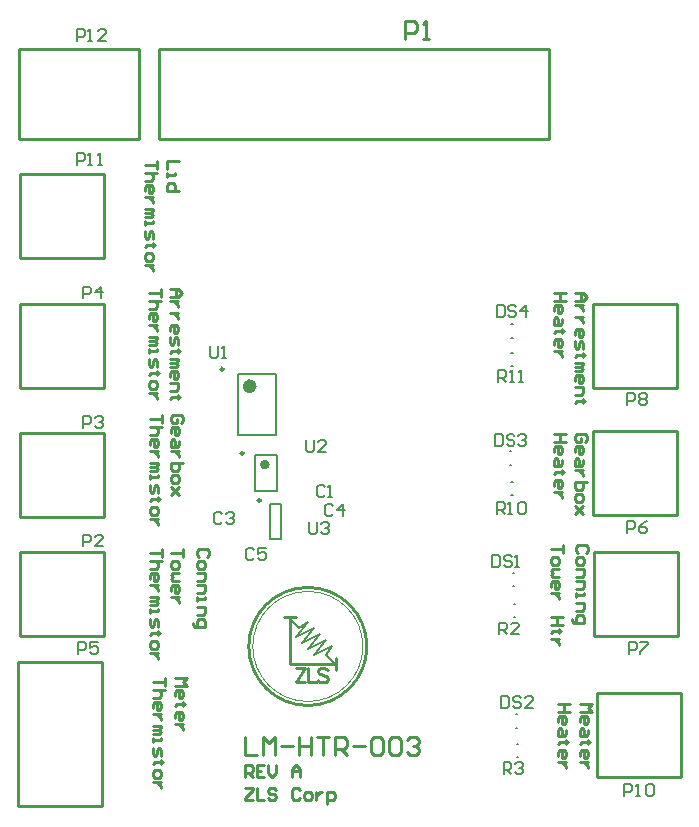
<source format=gbr>
G04 Layer_Color=65535*
%FSLAX26Y26*%
%MOIN*%
%TF.FileFunction,Legend,Top*%
%TF.Part,Single*%
G01*
G75*
%TA.AperFunction,NonConductor*%
%ADD34C,0.009842*%
%ADD35C,0.007874*%
%ADD47C,0.003937*%
%ADD48C,0.010000*%
%ADD49C,0.015748*%
%ADD50C,0.023622*%
%ADD51C,0.005000*%
D34*
X771654Y1254921D02*
G03*
X771654Y1254921I-4921J0D01*
G01*
X704724Y1535433D02*
G03*
X704724Y1535433I-4921J0D01*
G01*
X828740Y1098425D02*
G03*
X828740Y1098425I-4921J0D01*
G01*
D35*
X811024Y1128937D02*
X881890D01*
X811024Y1249016D02*
X881890D01*
Y1128937D02*
Y1249016D01*
X811024Y1128937D02*
Y1249016D01*
X751968Y1316929D02*
X877953D01*
X751968Y1517716D02*
X877953D01*
Y1316929D02*
Y1517716D01*
X751968Y1316929D02*
Y1517716D01*
X1664134Y1589213D02*
X1668071D01*
X1664134Y1545906D02*
X1668071D01*
X1664134Y1115354D02*
X1668071D01*
X1664134Y1158661D02*
X1668071D01*
X1683071Y286531D02*
X1687008D01*
X1683071Y243224D02*
X1687008D01*
X1673071Y708740D02*
X1677008D01*
X1673071Y752047D02*
X1677008D01*
X1679134Y385941D02*
X1683071D01*
X1679134Y340665D02*
X1683071D01*
X1658031Y1262638D02*
X1661968D01*
X1658031Y1217362D02*
X1661968D01*
X858268Y1086614D02*
X897638D01*
X858268Y968504D02*
X897638D01*
X858268D02*
Y1086614D01*
X897638Y968504D02*
Y1086614D01*
X1664134Y1684685D02*
X1668071D01*
X1664134Y1639409D02*
X1668071D01*
X1668031Y857638D02*
X1671968D01*
X1668031Y812362D02*
X1671968D01*
X990000Y1024357D02*
Y991560D01*
X996560Y985000D01*
X1009679D01*
X1016238Y991560D01*
Y1024357D01*
X1029357Y1017798D02*
X1035917Y1024357D01*
X1049036D01*
X1055596Y1017798D01*
Y1011238D01*
X1049036Y1004679D01*
X1042476D01*
X1049036D01*
X1055596Y998119D01*
Y991560D01*
X1049036Y985000D01*
X1035917D01*
X1029357Y991560D01*
X1069545Y1080042D02*
X1062986Y1086602D01*
X1049867D01*
X1043307Y1080042D01*
Y1053804D01*
X1049867Y1047244D01*
X1062986D01*
X1069545Y1053804D01*
X1102343Y1047244D02*
Y1086602D01*
X1082665Y1066923D01*
X1108903D01*
X699467Y1052483D02*
X692907Y1059043D01*
X679788D01*
X673229Y1052483D01*
Y1026245D01*
X679788Y1019685D01*
X692907D01*
X699467Y1026245D01*
X712586Y1052483D02*
X719145Y1059043D01*
X732265D01*
X738824Y1052483D01*
Y1045923D01*
X732265Y1039364D01*
X725705D01*
X732265D01*
X738824Y1032804D01*
Y1026245D01*
X732265Y1019685D01*
X719145D01*
X712586Y1026245D01*
X980315Y1299200D02*
Y1266402D01*
X986875Y1259842D01*
X999994D01*
X1006553Y1266402D01*
Y1299200D01*
X1045911Y1259842D02*
X1019672D01*
X1045911Y1286081D01*
Y1292640D01*
X1039351Y1299200D01*
X1026232D01*
X1019672Y1292640D01*
X658677Y1612917D02*
Y1580119D01*
X665237Y1573559D01*
X678356D01*
X684915Y1580119D01*
Y1612917D01*
X698034Y1573559D02*
X711154D01*
X704594D01*
Y1612917D01*
X698034Y1606357D01*
X1618858Y1492756D02*
Y1532113D01*
X1638537D01*
X1645097Y1525554D01*
Y1512435D01*
X1638537Y1505875D01*
X1618858D01*
X1631977D02*
X1645097Y1492756D01*
X1658216D02*
X1671335D01*
X1664775D01*
Y1532113D01*
X1658216Y1525554D01*
X1691014Y1492756D02*
X1704133D01*
X1697573D01*
Y1532113D01*
X1691014Y1525554D01*
X1614921Y1054331D02*
Y1093688D01*
X1634600D01*
X1641159Y1087129D01*
Y1074009D01*
X1634600Y1067450D01*
X1614921D01*
X1628040D02*
X1641159Y1054331D01*
X1654279D02*
X1667398D01*
X1660838D01*
Y1093688D01*
X1654279Y1087129D01*
X1687076D02*
X1693636Y1093688D01*
X1706755D01*
X1713315Y1087129D01*
Y1060890D01*
X1706755Y1054331D01*
X1693636D01*
X1687076Y1060890D01*
Y1087129D01*
X1637795Y186137D02*
Y225495D01*
X1657474D01*
X1664034Y218935D01*
Y205816D01*
X1657474Y199257D01*
X1637795D01*
X1650914D02*
X1664034Y186137D01*
X1677153Y218935D02*
X1683712Y225495D01*
X1696831D01*
X1703391Y218935D01*
Y212376D01*
X1696831Y205816D01*
X1690272D01*
X1696831D01*
X1703391Y199257D01*
Y192697D01*
X1696831Y186137D01*
X1683712D01*
X1677153Y192697D01*
X1623858Y651654D02*
Y691011D01*
X1643537D01*
X1650097Y684451D01*
Y671332D01*
X1643537Y664773D01*
X1623858D01*
X1636977D02*
X1650097Y651654D01*
X1689454D02*
X1663216D01*
X1689454Y677892D01*
Y684451D01*
X1682894Y691011D01*
X1669775D01*
X1663216Y684451D01*
X220000Y585000D02*
Y624357D01*
X239679D01*
X246238Y617798D01*
Y604679D01*
X239679Y598119D01*
X220000D01*
X285596Y624357D02*
X259357D01*
Y604679D01*
X272476Y611238D01*
X279036D01*
X285596Y604679D01*
Y591560D01*
X279036Y585000D01*
X265917D01*
X259357Y591560D01*
X1614921Y1748649D02*
Y1709291D01*
X1634600D01*
X1641159Y1715851D01*
Y1742089D01*
X1634600Y1748649D01*
X1614921D01*
X1680517Y1742089D02*
X1673957Y1748649D01*
X1660838D01*
X1654279Y1742089D01*
Y1735530D01*
X1660838Y1728970D01*
X1673957D01*
X1680517Y1722410D01*
Y1715851D01*
X1673957Y1709291D01*
X1660838D01*
X1654279Y1715851D01*
X1713315Y1709291D02*
Y1748649D01*
X1693636Y1728970D01*
X1719874D01*
X1608819Y1318727D02*
Y1279370D01*
X1628498D01*
X1635057Y1285930D01*
Y1312168D01*
X1628498Y1318727D01*
X1608819D01*
X1674415Y1312168D02*
X1667855Y1318727D01*
X1654736D01*
X1648176Y1312168D01*
Y1305608D01*
X1654736Y1299049D01*
X1667855D01*
X1674415Y1292489D01*
Y1285930D01*
X1667855Y1279370D01*
X1654736D01*
X1648176Y1285930D01*
X1687534Y1312168D02*
X1694093Y1318727D01*
X1707212D01*
X1713772Y1312168D01*
Y1305608D01*
X1707212Y1299049D01*
X1700653D01*
X1707212D01*
X1713772Y1292489D01*
Y1285930D01*
X1707212Y1279370D01*
X1694093D01*
X1687534Y1285930D01*
X1629921Y445967D02*
Y406610D01*
X1649600D01*
X1656159Y413170D01*
Y439408D01*
X1649600Y445967D01*
X1629921D01*
X1695517Y439408D02*
X1688957Y445967D01*
X1675838D01*
X1669279Y439408D01*
Y432848D01*
X1675838Y426289D01*
X1688957D01*
X1695517Y419729D01*
Y413170D01*
X1688957Y406610D01*
X1675838D01*
X1669279Y413170D01*
X1734874Y406610D02*
X1708636D01*
X1734874Y432848D01*
Y439408D01*
X1728315Y445967D01*
X1715196D01*
X1708636Y439408D01*
X1598898Y916601D02*
Y877244D01*
X1618576D01*
X1625136Y883804D01*
Y910042D01*
X1618576Y916601D01*
X1598898D01*
X1664493Y910042D02*
X1657934Y916601D01*
X1644815D01*
X1638255Y910042D01*
Y903482D01*
X1644815Y896923D01*
X1657934D01*
X1664493Y890363D01*
Y883804D01*
X1657934Y877244D01*
X1644815D01*
X1638255Y883804D01*
X1677612Y877244D02*
X1690732D01*
X1684172D01*
Y916601D01*
X1677612Y910042D01*
X1041238Y1142798D02*
X1034679Y1149357D01*
X1021560D01*
X1015000Y1142798D01*
Y1116560D01*
X1021560Y1110000D01*
X1034679D01*
X1041238Y1116560D01*
X1054357Y1110000D02*
X1067476D01*
X1060917D01*
Y1149357D01*
X1054357Y1142798D01*
X2055000Y585000D02*
Y624357D01*
X2074679D01*
X2081238Y617798D01*
Y604679D01*
X2074679Y598119D01*
X2055000D01*
X2094357Y624357D02*
X2120596D01*
Y617798D01*
X2094357Y591560D01*
Y585000D01*
X236220Y944882D02*
Y984239D01*
X255899D01*
X262459Y977680D01*
Y964561D01*
X255899Y958001D01*
X236220D01*
X301816Y944882D02*
X275578D01*
X301816Y971120D01*
Y977680D01*
X295257Y984239D01*
X282137D01*
X275578Y977680D01*
X236220Y1338583D02*
Y1377940D01*
X255899D01*
X262459Y1371380D01*
Y1358261D01*
X255899Y1351702D01*
X236220D01*
X275578Y1371380D02*
X282137Y1377940D01*
X295257D01*
X301816Y1371380D01*
Y1364821D01*
X295257Y1358261D01*
X288697D01*
X295257D01*
X301816Y1351702D01*
Y1345142D01*
X295257Y1338583D01*
X282137D01*
X275578Y1345142D01*
X2050000Y990000D02*
Y1029357D01*
X2069679D01*
X2076238Y1022798D01*
Y1009679D01*
X2069679Y1003119D01*
X2050000D01*
X2115596Y1029357D02*
X2102477Y1022798D01*
X2089357Y1009679D01*
Y996560D01*
X2095917Y990000D01*
X2109036D01*
X2115596Y996560D01*
Y1003119D01*
X2109036Y1009679D01*
X2089357D01*
X236220Y1771653D02*
Y1811011D01*
X255899D01*
X262459Y1804451D01*
Y1791332D01*
X255899Y1784773D01*
X236220D01*
X295257Y1771653D02*
Y1811011D01*
X275578Y1791332D01*
X301816D01*
X2050000Y1415000D02*
Y1454357D01*
X2069679D01*
X2076238Y1447798D01*
Y1434679D01*
X2069679Y1428119D01*
X2050000D01*
X2089357Y1447798D02*
X2095917Y1454357D01*
X2109036D01*
X2115596Y1447798D01*
Y1441238D01*
X2109036Y1434679D01*
X2115596Y1428119D01*
Y1421560D01*
X2109036Y1415000D01*
X2095917D01*
X2089357Y1421560D01*
Y1428119D01*
X2095917Y1434679D01*
X2089357Y1441238D01*
Y1447798D01*
X2095917Y1434679D02*
X2109036D01*
X2040000Y113224D02*
Y152582D01*
X2059679D01*
X2066238Y146022D01*
Y132903D01*
X2059679Y126343D01*
X2040000D01*
X2079357Y113224D02*
X2092477D01*
X2085917D01*
Y152582D01*
X2079357Y146022D01*
X2112155D02*
X2118715Y152582D01*
X2131834D01*
X2138393Y146022D01*
Y119784D01*
X2131834Y113224D01*
X2118715D01*
X2112155Y119784D01*
Y146022D01*
X215000Y2215000D02*
Y2254357D01*
X234679D01*
X241238Y2247798D01*
Y2234679D01*
X234679Y2228119D01*
X215000D01*
X254357Y2215000D02*
X267476D01*
X260917D01*
Y2254357D01*
X254357Y2247798D01*
X287155Y2215000D02*
X300274D01*
X293715D01*
Y2254357D01*
X287155Y2247798D01*
X215000Y2630000D02*
Y2669357D01*
X234679D01*
X241238Y2662798D01*
Y2649679D01*
X234679Y2643119D01*
X215000D01*
X254357Y2630000D02*
X267476D01*
X260917D01*
Y2669357D01*
X254357Y2662798D01*
X313393Y2630000D02*
X287155D01*
X313393Y2656238D01*
Y2662798D01*
X306834Y2669357D01*
X293715D01*
X287155Y2662798D01*
X806238Y932798D02*
X799679Y939357D01*
X786559D01*
X780000Y932798D01*
Y906559D01*
X786559Y900000D01*
X799679D01*
X806238Y906559D01*
X845596Y939357D02*
X819357D01*
Y919679D01*
X832476Y926238D01*
X839036D01*
X845596Y919679D01*
Y906559D01*
X839036Y900000D01*
X825917D01*
X819357Y906559D01*
D47*
X1169087Y611221D02*
G03*
X1169087Y611221I-183576J0D01*
G01*
D48*
X1182362D02*
G03*
X1182362Y611221I-196850J0D01*
G01*
X1080512Y534221D02*
Y574221D01*
X925512Y554221D02*
Y704221D01*
Y554221D02*
X1075512D01*
X905512Y709221D02*
X945512D01*
X423032Y2301575D02*
Y2601575D01*
X23032D02*
X423032D01*
X23032Y2375575D02*
Y2601575D01*
X97032Y2301575D02*
X423032D01*
X23032D02*
Y2375575D01*
Y2301575D02*
X97032D01*
X27480Y1907244D02*
Y2187244D01*
X307480D01*
Y1907244D02*
Y2187244D01*
X27480Y1907244D02*
X307480D01*
X1951063Y455123D02*
X2231063D01*
X1951063Y175123D02*
Y455123D01*
Y175123D02*
X2231063D01*
Y455123D01*
X2216063Y1473150D02*
Y1753150D01*
X1936063Y1473150D02*
X2216063D01*
X1936063D02*
Y1753150D01*
X2216063D01*
X27480Y1474173D02*
Y1754173D01*
X307480D01*
Y1474173D02*
Y1754173D01*
X27480Y1474173D02*
X307480D01*
X1936063Y1329399D02*
X2216063D01*
X1936063Y1049399D02*
Y1329399D01*
Y1049399D02*
X2216063D01*
Y1329399D01*
X27480Y1041102D02*
Y1321102D01*
X307480D01*
Y1041102D02*
Y1321102D01*
X27480Y1041102D02*
X307480D01*
X27480Y647402D02*
X307480D01*
Y927402D01*
X27480D02*
X307480D01*
X27480Y647402D02*
Y927402D01*
X2221063Y645649D02*
Y925649D01*
X1941063Y645649D02*
X2221063D01*
X1941063D02*
Y925649D01*
X2221063D01*
X20000Y560000D02*
X300000D01*
X20000Y80000D02*
Y560000D01*
Y80000D02*
X300000D01*
Y560000D01*
X490551Y2301575D02*
Y2601575D01*
Y2301575D02*
X1790551D01*
Y2601575D01*
X490551D02*
X1790551D01*
X564126Y1357043D02*
X570790Y1363707D01*
Y1377036D01*
X564126Y1383701D01*
X537468D01*
X530803Y1377036D01*
Y1363707D01*
X537468Y1357043D01*
X550797D01*
Y1370372D01*
X530803Y1323720D02*
Y1337049D01*
X537468Y1343714D01*
X550797D01*
X557461Y1337049D01*
Y1323720D01*
X550797Y1317056D01*
X544132D01*
Y1343714D01*
X557461Y1297062D02*
Y1283733D01*
X550797Y1277069D01*
X530803D01*
Y1297062D01*
X537468Y1303727D01*
X544132Y1297062D01*
Y1277069D01*
X557461Y1263739D02*
X530803D01*
X544132D01*
X550797Y1257075D01*
X557461Y1250410D01*
Y1243746D01*
X570790Y1223752D02*
X530803D01*
Y1203759D01*
X537468Y1197094D01*
X544132D01*
X550797D01*
X557461Y1203759D01*
Y1223752D01*
X530803Y1177101D02*
Y1163772D01*
X537468Y1157107D01*
X550797D01*
X557461Y1163772D01*
Y1177101D01*
X550797Y1183765D01*
X537468D01*
X530803Y1177101D01*
X557461Y1143778D02*
X530803Y1117120D01*
X544132Y1130449D01*
X557461Y1117120D01*
X530803Y1143778D01*
X498806Y1383701D02*
Y1357043D01*
Y1370372D01*
X458819D01*
X498806Y1343714D02*
X458819D01*
X478812D01*
X485477Y1337049D01*
Y1323720D01*
X478812Y1317056D01*
X458819D01*
Y1283733D02*
Y1297062D01*
X465483Y1303727D01*
X478812D01*
X485477Y1297062D01*
Y1283733D01*
X478812Y1277069D01*
X472148D01*
Y1303727D01*
X485477Y1263739D02*
X458819D01*
X472148D01*
X478812Y1257075D01*
X485477Y1250410D01*
Y1243746D01*
X458819Y1223752D02*
X485477D01*
Y1217088D01*
X478812Y1210423D01*
X458819D01*
X478812D01*
X485477Y1203759D01*
X478812Y1197094D01*
X458819D01*
Y1183765D02*
Y1170436D01*
Y1177101D01*
X485477D01*
Y1183765D01*
X458819Y1150443D02*
Y1130449D01*
X465483Y1123785D01*
X472148Y1130449D01*
Y1143778D01*
X478812Y1150443D01*
X485477Y1143778D01*
Y1123785D01*
X492142Y1103791D02*
X485477D01*
Y1110456D01*
Y1097127D01*
Y1103791D01*
X465483D01*
X458819Y1097127D01*
Y1070468D02*
Y1057139D01*
X465483Y1050475D01*
X478812D01*
X485477Y1057139D01*
Y1070468D01*
X478812Y1077133D01*
X465483D01*
X458819Y1070468D01*
X485477Y1037146D02*
X458819D01*
X472148D01*
X478812Y1030481D01*
X485477Y1023817D01*
Y1017152D01*
X1910307Y1293342D02*
X1916972Y1300006D01*
Y1313335D01*
X1910307Y1320000D01*
X1883649D01*
X1876985Y1313335D01*
Y1300006D01*
X1883649Y1293342D01*
X1896978D01*
Y1306671D01*
X1876985Y1260019D02*
Y1273348D01*
X1883649Y1280013D01*
X1896978D01*
X1903642Y1273348D01*
Y1260019D01*
X1896978Y1253355D01*
X1890313D01*
Y1280013D01*
X1903642Y1233361D02*
Y1220032D01*
X1896978Y1213368D01*
X1876985D01*
Y1233361D01*
X1883649Y1240026D01*
X1890313Y1233361D01*
Y1213368D01*
X1903642Y1200039D02*
X1876985D01*
X1890313D01*
X1896978Y1193374D01*
X1903642Y1186710D01*
Y1180045D01*
X1916972Y1160052D02*
X1876985D01*
Y1140058D01*
X1883649Y1133394D01*
X1890313D01*
X1896978D01*
X1903642Y1140058D01*
Y1160052D01*
X1876985Y1113400D02*
Y1100071D01*
X1883649Y1093407D01*
X1896978D01*
X1903642Y1100071D01*
Y1113400D01*
X1896978Y1120064D01*
X1883649D01*
X1876985Y1113400D01*
X1903642Y1080077D02*
X1876985Y1053419D01*
X1890313Y1066748D01*
X1903642Y1053419D01*
X1876985Y1080077D01*
X1844987Y1320000D02*
X1805000D01*
X1824994D01*
Y1293342D01*
X1844987D01*
X1805000D01*
Y1260019D02*
Y1273348D01*
X1811665Y1280013D01*
X1824994D01*
X1831658Y1273348D01*
Y1260019D01*
X1824994Y1253355D01*
X1818329D01*
Y1280013D01*
X1831658Y1233361D02*
Y1220032D01*
X1824994Y1213368D01*
X1805000D01*
Y1233361D01*
X1811665Y1240026D01*
X1818329Y1233361D01*
Y1213368D01*
X1838323Y1193374D02*
X1831658D01*
Y1200039D01*
Y1186710D01*
Y1193374D01*
X1811665D01*
X1805000Y1186710D01*
Y1146723D02*
Y1160052D01*
X1811665Y1166716D01*
X1824994D01*
X1831658Y1160052D01*
Y1146723D01*
X1824994Y1140058D01*
X1818329D01*
Y1166716D01*
X1831658Y1126729D02*
X1805000D01*
X1818329D01*
X1824994Y1120064D01*
X1831658Y1113400D01*
Y1106736D01*
X542614Y505748D02*
X582601D01*
X569272Y492419D01*
X582601Y479090D01*
X542614D01*
Y445767D02*
Y459096D01*
X549279Y465761D01*
X562608D01*
X569272Y459096D01*
Y445767D01*
X562608Y439103D01*
X555943D01*
Y465761D01*
X575937Y419109D02*
X569272D01*
Y425774D01*
Y412445D01*
Y419109D01*
X549279D01*
X542614Y412445D01*
Y372458D02*
Y385787D01*
X549279Y392451D01*
X562608D01*
X569272Y385787D01*
Y372458D01*
X562608Y365793D01*
X555943D01*
Y392451D01*
X569272Y352464D02*
X542614D01*
X555943D01*
X562608Y345800D01*
X569272Y339135D01*
Y332471D01*
X510617Y505748D02*
Y479090D01*
Y492419D01*
X470630D01*
X510617Y465761D02*
X470630D01*
X490623D01*
X497288Y459096D01*
Y445767D01*
X490623Y439103D01*
X470630D01*
Y405780D02*
Y419109D01*
X477294Y425774D01*
X490623D01*
X497288Y419109D01*
Y405780D01*
X490623Y399116D01*
X483959D01*
Y425774D01*
X497288Y385787D02*
X470630D01*
X483959D01*
X490623Y379122D01*
X497288Y372458D01*
Y365793D01*
X470630Y345800D02*
X497288D01*
Y339135D01*
X490623Y332471D01*
X470630D01*
X490623D01*
X497288Y325806D01*
X490623Y319142D01*
X470630D01*
Y305812D02*
Y292483D01*
Y299148D01*
X497288D01*
Y305812D01*
X470630Y272490D02*
Y252496D01*
X477294Y245832D01*
X483959Y252496D01*
Y265825D01*
X490623Y272490D01*
X497288Y265825D01*
Y245832D01*
X503952Y225838D02*
X497288D01*
Y232503D01*
Y219174D01*
Y225838D01*
X477294D01*
X470630Y219174D01*
Y192516D02*
Y179187D01*
X477294Y172522D01*
X490623D01*
X497288Y179187D01*
Y192516D01*
X490623Y199180D01*
X477294D01*
X470630Y192516D01*
X497288Y159193D02*
X470630D01*
X483959D01*
X490623Y152529D01*
X497288Y145864D01*
Y139200D01*
X526866Y1801024D02*
X553524D01*
X566854Y1787695D01*
X553524Y1774366D01*
X526866D01*
X546860D01*
Y1801024D01*
X553524Y1761036D02*
X526866D01*
X540195D01*
X546860Y1754372D01*
X553524Y1747707D01*
Y1741043D01*
Y1721049D02*
X526866D01*
X540195D01*
X546860Y1714385D01*
X553524Y1707720D01*
Y1701056D01*
X526866Y1661069D02*
Y1674398D01*
X533531Y1681062D01*
X546860D01*
X553524Y1674398D01*
Y1661069D01*
X546860Y1654404D01*
X540195D01*
Y1681062D01*
X526866Y1641075D02*
Y1621082D01*
X533531Y1614417D01*
X540195Y1621082D01*
Y1634411D01*
X546860Y1641075D01*
X553524Y1634411D01*
Y1614417D01*
X560189Y1594424D02*
X553524D01*
Y1601088D01*
Y1587759D01*
Y1594424D01*
X533531D01*
X526866Y1587759D01*
Y1567765D02*
X553524D01*
Y1561101D01*
X546860Y1554437D01*
X526866D01*
X546860D01*
X553524Y1547772D01*
X546860Y1541108D01*
X526866D01*
Y1507785D02*
Y1521114D01*
X533531Y1527778D01*
X546860D01*
X553524Y1521114D01*
Y1507785D01*
X546860Y1501120D01*
X540195D01*
Y1527778D01*
X526866Y1487791D02*
X553524D01*
Y1467798D01*
X546860Y1461133D01*
X526866D01*
X560189Y1441140D02*
X553524D01*
Y1447804D01*
Y1434475D01*
Y1441140D01*
X533531D01*
X526866Y1434475D01*
X494869Y1801024D02*
Y1774366D01*
Y1787695D01*
X454882D01*
X494869Y1761036D02*
X454882D01*
X474875D01*
X481540Y1754372D01*
Y1741043D01*
X474875Y1734379D01*
X454882D01*
Y1701056D02*
Y1714385D01*
X461546Y1721049D01*
X474875D01*
X481540Y1714385D01*
Y1701056D01*
X474875Y1694391D01*
X468211D01*
Y1721049D01*
X481540Y1681062D02*
X454882D01*
X468211D01*
X474875Y1674398D01*
X481540Y1667733D01*
Y1661069D01*
X454882Y1641075D02*
X481540D01*
Y1634411D01*
X474875Y1627746D01*
X454882D01*
X474875D01*
X481540Y1621082D01*
X474875Y1614417D01*
X454882D01*
Y1601088D02*
Y1587759D01*
Y1594424D01*
X481540D01*
Y1601088D01*
X454882Y1567765D02*
Y1547772D01*
X461546Y1541108D01*
X468211Y1547772D01*
Y1561101D01*
X474875Y1567765D01*
X481540Y1561101D01*
Y1541108D01*
X488204Y1521114D02*
X481540D01*
Y1527778D01*
Y1514449D01*
Y1521114D01*
X461546D01*
X454882Y1514449D01*
Y1487791D02*
Y1474462D01*
X461546Y1467798D01*
X474875D01*
X481540Y1474462D01*
Y1487791D01*
X474875Y1494456D01*
X461546D01*
X454882Y1487791D01*
X481540Y1454469D02*
X454882D01*
X468211D01*
X474875Y1447804D01*
X481540Y1441140D01*
Y1434475D01*
X555042Y2230158D02*
X515055D01*
Y2203500D01*
Y2190171D02*
Y2176842D01*
Y2183506D01*
X541713D01*
Y2190171D01*
X555042Y2130190D02*
X515055D01*
Y2150184D01*
X521720Y2156848D01*
X535049D01*
X541713Y2150184D01*
Y2130190D01*
X483058Y2230158D02*
Y2203500D01*
Y2216829D01*
X443071D01*
X483058Y2190171D02*
X443071D01*
X463064D01*
X469729Y2183506D01*
Y2170177D01*
X463064Y2163513D01*
X443071D01*
Y2130190D02*
Y2143519D01*
X449735Y2150184D01*
X463064D01*
X469729Y2143519D01*
Y2130190D01*
X463064Y2123526D01*
X456400D01*
Y2150184D01*
X469729Y2110196D02*
X443071D01*
X456400D01*
X463064Y2103532D01*
X469729Y2096867D01*
Y2090203D01*
X443071Y2070209D02*
X469729D01*
Y2063545D01*
X463064Y2056880D01*
X443071D01*
X463064D01*
X469729Y2050216D01*
X463064Y2043551D01*
X443071D01*
Y2030222D02*
Y2016893D01*
Y2023558D01*
X469729D01*
Y2030222D01*
X443071Y1996900D02*
Y1976906D01*
X449735Y1970242D01*
X456400Y1976906D01*
Y1990235D01*
X463064Y1996900D01*
X469729Y1990235D01*
Y1970242D01*
X476393Y1950248D02*
X469729D01*
Y1956912D01*
Y1943583D01*
Y1950248D01*
X449735D01*
X443071Y1943583D01*
Y1916925D02*
Y1903596D01*
X449735Y1896932D01*
X463064D01*
X469729Y1903596D01*
Y1916925D01*
X463064Y1923590D01*
X449735D01*
X443071Y1916925D01*
X469729Y1883603D02*
X443071D01*
X456400D01*
X463064Y1876938D01*
X469729Y1870274D01*
Y1863609D01*
X1913636Y923342D02*
X1920301Y930006D01*
Y943336D01*
X1913636Y950000D01*
X1886978D01*
X1880313Y943336D01*
Y930006D01*
X1886978Y923342D01*
X1880313Y903348D02*
Y890019D01*
X1886978Y883355D01*
X1900307D01*
X1906972Y890019D01*
Y903348D01*
X1900307Y910013D01*
X1886978D01*
X1880313Y903348D01*
Y870026D02*
X1906972D01*
Y850032D01*
X1900307Y843368D01*
X1880313D01*
Y830039D02*
X1906972D01*
Y810045D01*
X1900307Y803381D01*
X1880313D01*
Y790052D02*
Y776723D01*
Y783387D01*
X1906972D01*
Y790052D01*
X1880313Y756729D02*
X1906972D01*
Y736736D01*
X1900307Y730071D01*
X1880313D01*
X1866985Y703413D02*
Y696748D01*
X1873649Y690084D01*
X1906972D01*
Y710077D01*
X1900307Y716742D01*
X1886978D01*
X1880313Y710077D01*
Y690084D01*
X1834987Y950000D02*
Y923342D01*
Y936671D01*
X1795000D01*
Y903348D02*
Y890019D01*
X1801665Y883355D01*
X1814994D01*
X1821658Y890019D01*
Y903348D01*
X1814994Y910013D01*
X1801665D01*
X1795000Y903348D01*
X1821658Y870026D02*
X1801665D01*
X1795000Y863361D01*
X1801665Y856697D01*
X1795000Y850032D01*
X1801665Y843368D01*
X1821658D01*
X1795000Y810045D02*
Y823374D01*
X1801665Y830039D01*
X1814994D01*
X1821658Y823374D01*
Y810045D01*
X1814994Y803381D01*
X1808329D01*
Y830039D01*
X1821658Y790052D02*
X1795000D01*
X1808329D01*
X1814994Y783387D01*
X1821658Y776723D01*
Y770058D01*
X1834987Y710077D02*
X1795000D01*
X1814994D01*
Y683419D01*
X1834987D01*
X1795000D01*
X1828323Y663426D02*
X1821658D01*
Y670090D01*
Y656761D01*
Y663426D01*
X1801665D01*
X1795000Y656761D01*
X1821658Y636768D02*
X1795000D01*
X1808329D01*
X1814994Y630103D01*
X1821658Y623439D01*
Y616774D01*
X1891985Y418224D02*
X1931972D01*
X1918642Y404895D01*
X1931972Y391566D01*
X1891985D01*
Y358243D02*
Y371572D01*
X1898649Y378237D01*
X1911978D01*
X1918642Y371572D01*
Y358243D01*
X1911978Y351579D01*
X1905313D01*
Y378237D01*
X1918642Y331585D02*
Y318256D01*
X1911978Y311592D01*
X1891985D01*
Y331585D01*
X1898649Y338250D01*
X1905313Y331585D01*
Y311592D01*
X1925307Y291598D02*
X1918642D01*
Y298263D01*
Y284934D01*
Y291598D01*
X1898649D01*
X1891985Y284934D01*
Y244947D02*
Y258276D01*
X1898649Y264940D01*
X1911978D01*
X1918642Y258276D01*
Y244947D01*
X1911978Y238282D01*
X1905313D01*
Y264940D01*
X1918642Y224953D02*
X1891985D01*
X1905313D01*
X1911978Y218289D01*
X1918642Y211624D01*
Y204960D01*
X1859987Y418224D02*
X1820000D01*
X1839994D01*
Y391566D01*
X1859987D01*
X1820000D01*
Y358243D02*
Y371572D01*
X1826665Y378237D01*
X1839994D01*
X1846658Y371572D01*
Y358243D01*
X1839994Y351579D01*
X1833329D01*
Y378237D01*
X1846658Y331585D02*
Y318256D01*
X1839994Y311592D01*
X1820000D01*
Y331585D01*
X1826665Y338250D01*
X1833329Y331585D01*
Y311592D01*
X1853323Y291598D02*
X1846658D01*
Y298263D01*
Y284934D01*
Y291598D01*
X1826665D01*
X1820000Y284934D01*
Y244947D02*
Y258276D01*
X1826665Y264940D01*
X1839994D01*
X1846658Y258276D01*
Y244947D01*
X1839994Y238282D01*
X1833329D01*
Y264940D01*
X1846658Y224953D02*
X1820000D01*
X1833329D01*
X1839994Y218289D01*
X1846658Y211624D01*
Y204960D01*
X649439Y908224D02*
X656104Y914888D01*
Y928217D01*
X649439Y934882D01*
X622781D01*
X616117Y928217D01*
Y914888D01*
X622781Y908224D01*
X616117Y888230D02*
Y874901D01*
X622781Y868237D01*
X636110D01*
X642775Y874901D01*
Y888230D01*
X636110Y894895D01*
X622781D01*
X616117Y888230D01*
Y854908D02*
X642775D01*
Y834914D01*
X636110Y828250D01*
X616117D01*
Y814921D02*
X642775D01*
Y794927D01*
X636110Y788263D01*
X616117D01*
Y774933D02*
Y761605D01*
Y768269D01*
X642775D01*
Y774933D01*
X616117Y741611D02*
X642775D01*
Y721617D01*
X636110Y714953D01*
X616117D01*
X602788Y688295D02*
Y681630D01*
X609452Y674966D01*
X642775D01*
Y694959D01*
X636110Y701624D01*
X622781D01*
X616117Y694959D01*
Y674966D01*
X570790Y934882D02*
Y908224D01*
Y921553D01*
X530803D01*
Y888230D02*
Y874901D01*
X537468Y868237D01*
X550797D01*
X557461Y874901D01*
Y888230D01*
X550797Y894895D01*
X537468D01*
X530803Y888230D01*
X557461Y854908D02*
X537468D01*
X530803Y848243D01*
X537468Y841579D01*
X530803Y834914D01*
X537468Y828250D01*
X557461D01*
X530803Y794927D02*
Y808256D01*
X537468Y814921D01*
X550797D01*
X557461Y808256D01*
Y794927D01*
X550797Y788263D01*
X544132D01*
Y814921D01*
X557461Y774933D02*
X530803D01*
X544132D01*
X550797Y768269D01*
X557461Y761605D01*
Y754940D01*
X498806Y934882D02*
Y908224D01*
Y921553D01*
X458819D01*
X498806Y894895D02*
X458819D01*
X478812D01*
X485477Y888230D01*
Y874901D01*
X478812Y868237D01*
X458819D01*
Y834914D02*
Y848243D01*
X465483Y854908D01*
X478812D01*
X485477Y848243D01*
Y834914D01*
X478812Y828250D01*
X472148D01*
Y854908D01*
X485477Y814921D02*
X458819D01*
X472148D01*
X478812Y808256D01*
X485477Y801592D01*
Y794927D01*
X458819Y774933D02*
X485477D01*
Y768269D01*
X478812Y761605D01*
X458819D01*
X478812D01*
X485477Y754940D01*
X478812Y748275D01*
X458819D01*
Y734946D02*
Y721617D01*
Y728282D01*
X485477D01*
Y734946D01*
X458819Y701624D02*
Y681630D01*
X465483Y674966D01*
X472148Y681630D01*
Y694959D01*
X478812Y701624D01*
X485477Y694959D01*
Y674966D01*
X492142Y654972D02*
X485477D01*
Y661637D01*
Y648308D01*
Y654972D01*
X465483D01*
X458819Y648308D01*
Y621650D02*
Y608321D01*
X465483Y601656D01*
X478812D01*
X485477Y608321D01*
Y621650D01*
X478812Y628314D01*
X465483D01*
X458819Y621650D01*
X485477Y588327D02*
X458819D01*
X472148D01*
X478812Y581663D01*
X485477Y574998D01*
Y568333D01*
X1876985Y1790000D02*
X1903642D01*
X1916972Y1776671D01*
X1903642Y1763342D01*
X1876985D01*
X1896978D01*
Y1790000D01*
X1903642Y1750013D02*
X1876985D01*
X1890313D01*
X1896978Y1743348D01*
X1903642Y1736684D01*
Y1730019D01*
Y1710026D02*
X1876985D01*
X1890313D01*
X1896978Y1703361D01*
X1903642Y1696697D01*
Y1690032D01*
X1876985Y1650045D02*
Y1663374D01*
X1883649Y1670039D01*
X1896978D01*
X1903642Y1663374D01*
Y1650045D01*
X1896978Y1643381D01*
X1890313D01*
Y1670039D01*
X1876985Y1630052D02*
Y1610058D01*
X1883649Y1603394D01*
X1890313Y1610058D01*
Y1623387D01*
X1896978Y1630052D01*
X1903642Y1623387D01*
Y1603394D01*
X1910307Y1583400D02*
X1903642D01*
Y1590064D01*
Y1576736D01*
Y1583400D01*
X1883649D01*
X1876985Y1576736D01*
Y1556742D02*
X1903642D01*
Y1550077D01*
X1896978Y1543413D01*
X1876985D01*
X1896978D01*
X1903642Y1536748D01*
X1896978Y1530084D01*
X1876985D01*
Y1496761D02*
Y1510090D01*
X1883649Y1516755D01*
X1896978D01*
X1903642Y1510090D01*
Y1496761D01*
X1896978Y1490097D01*
X1890313D01*
Y1516755D01*
X1876985Y1476768D02*
X1903642D01*
Y1456774D01*
X1896978Y1450110D01*
X1876985D01*
X1910307Y1430116D02*
X1903642D01*
Y1436781D01*
Y1423452D01*
Y1430116D01*
X1883649D01*
X1876985Y1423452D01*
X1844987Y1790000D02*
X1805000D01*
X1824994D01*
Y1763342D01*
X1844987D01*
X1805000D01*
Y1730019D02*
Y1743348D01*
X1811665Y1750013D01*
X1824994D01*
X1831658Y1743348D01*
Y1730019D01*
X1824994Y1723355D01*
X1818329D01*
Y1750013D01*
X1831658Y1703361D02*
Y1690032D01*
X1824994Y1683368D01*
X1805000D01*
Y1703361D01*
X1811665Y1710026D01*
X1818329Y1703361D01*
Y1683368D01*
X1838323Y1663374D02*
X1831658D01*
Y1670039D01*
Y1656710D01*
Y1663374D01*
X1811665D01*
X1805000Y1656710D01*
Y1616723D02*
Y1630052D01*
X1811665Y1636716D01*
X1824994D01*
X1831658Y1630052D01*
Y1616723D01*
X1824994Y1610058D01*
X1818329D01*
Y1636716D01*
X1831658Y1596729D02*
X1805000D01*
X1818329D01*
X1824994Y1590064D01*
X1831658Y1583400D01*
Y1576736D01*
X1310000Y2635000D02*
Y2694981D01*
X1339990D01*
X1349987Y2684984D01*
Y2664990D01*
X1339990Y2654994D01*
X1310000D01*
X1369981Y2635000D02*
X1389974D01*
X1379977D01*
Y2694981D01*
X1369981Y2684984D01*
X977001Y538455D02*
X945512Y491221D01*
Y538455D02*
X977001D01*
X945512Y491221D02*
X977001D01*
X987572Y538455D02*
Y491221D01*
X1014563D01*
X1051226Y531707D02*
X1046727Y536205D01*
X1039980Y538455D01*
X1030983D01*
X1024235Y536205D01*
X1019737Y531707D01*
Y527208D01*
X1021986Y522710D01*
X1024235Y520461D01*
X1028734Y518211D01*
X1042229Y513713D01*
X1046727Y511464D01*
X1048977Y509214D01*
X1051226Y504716D01*
Y497968D01*
X1046727Y493470D01*
X1039980Y491221D01*
X1030983D01*
X1024235Y493470D01*
X1019737Y497968D01*
X775480Y139901D02*
X801718D01*
Y133341D01*
X775480Y107103D01*
Y100543D01*
X801718D01*
X814838Y139901D02*
Y100543D01*
X841076D01*
X880433Y133341D02*
X873874Y139901D01*
X860755D01*
X854195Y133341D01*
Y126781D01*
X860755Y120222D01*
X873874D01*
X880433Y113662D01*
Y107103D01*
X873874Y100543D01*
X860755D01*
X854195Y107103D01*
X959148Y133341D02*
X952589Y139901D01*
X939470D01*
X932910Y133341D01*
Y107103D01*
X939470Y100543D01*
X952589D01*
X959148Y107103D01*
X978827Y100543D02*
X991946D01*
X998505Y107103D01*
Y120222D01*
X991946Y126781D01*
X978827D01*
X972267Y120222D01*
Y107103D01*
X978827Y100543D01*
X1011625Y126781D02*
Y100543D01*
Y113662D01*
X1018184Y120222D01*
X1024744Y126781D01*
X1031303D01*
X1050982Y87424D02*
Y126781D01*
X1070661D01*
X1077220Y120222D01*
Y107103D01*
X1070661Y100543D01*
X1050982D01*
X775480Y175543D02*
Y214901D01*
X795159D01*
X801718Y208341D01*
Y195222D01*
X795159Y188662D01*
X775480D01*
X788599D02*
X801718Y175543D01*
X841076Y214901D02*
X814838D01*
Y175543D01*
X841076D01*
X814838Y195222D02*
X827957D01*
X854195Y214901D02*
Y188662D01*
X867314Y175543D01*
X880433Y188662D01*
Y214901D01*
X932910Y175543D02*
Y201781D01*
X946029Y214901D01*
X959148Y201781D01*
Y175543D01*
Y195222D01*
X932910D01*
X775480Y310524D02*
Y250543D01*
X815467D01*
X835461D02*
Y310524D01*
X855454Y290530D01*
X875448Y310524D01*
Y250543D01*
X895442Y280534D02*
X935429D01*
X955422Y310524D02*
Y250543D01*
Y280534D01*
X995409D01*
Y310524D01*
Y250543D01*
X1015403Y310524D02*
X1055390D01*
X1035396D01*
Y250543D01*
X1075383D02*
Y310524D01*
X1105374D01*
X1115370Y300527D01*
Y280534D01*
X1105374Y270537D01*
X1075383D01*
X1095377D02*
X1115370Y250543D01*
X1135364Y280534D02*
X1175351D01*
X1195344Y300527D02*
X1205341Y310524D01*
X1225335D01*
X1235332Y300527D01*
Y260540D01*
X1225335Y250543D01*
X1205341D01*
X1195344Y260540D01*
Y300527D01*
X1255325D02*
X1265322Y310524D01*
X1285315D01*
X1295312Y300527D01*
Y260540D01*
X1285315Y250543D01*
X1265322D01*
X1255325Y260540D01*
Y300527D01*
X1315306D02*
X1325303Y310524D01*
X1345296D01*
X1355293Y300527D01*
Y290530D01*
X1345296Y280534D01*
X1335299D01*
X1345296D01*
X1355293Y270537D01*
Y260540D01*
X1345296Y250543D01*
X1325303D01*
X1315306Y260540D01*
D49*
X850394Y1217520D02*
G03*
X850394Y1217520I-7874J0D01*
G01*
D50*
X803149Y1478346D02*
G03*
X803149Y1478346I-11811J0D01*
G01*
D51*
X955512Y674221D02*
X985512Y694221D01*
X1045512Y584221D02*
X1075512Y554221D01*
X1045512Y584221D02*
X1065512Y614221D01*
X965512Y624221D02*
X1005512Y674221D01*
X985512Y604221D02*
X1025512Y654221D01*
X965512Y624221D02*
X1025512Y654221D01*
X985512Y604221D02*
X1045512Y634221D01*
X925512Y704221D02*
X955512Y674221D01*
X1005512Y584221D02*
X1065512Y614221D01*
X945512Y644221D02*
X985512Y694221D01*
X945512Y644221D02*
X1005512Y674221D01*
Y584221D02*
X1045512Y634221D01*
%TF.MD5,edefefb9eae04b5d42737449e77fa97a*%
M02*

</source>
